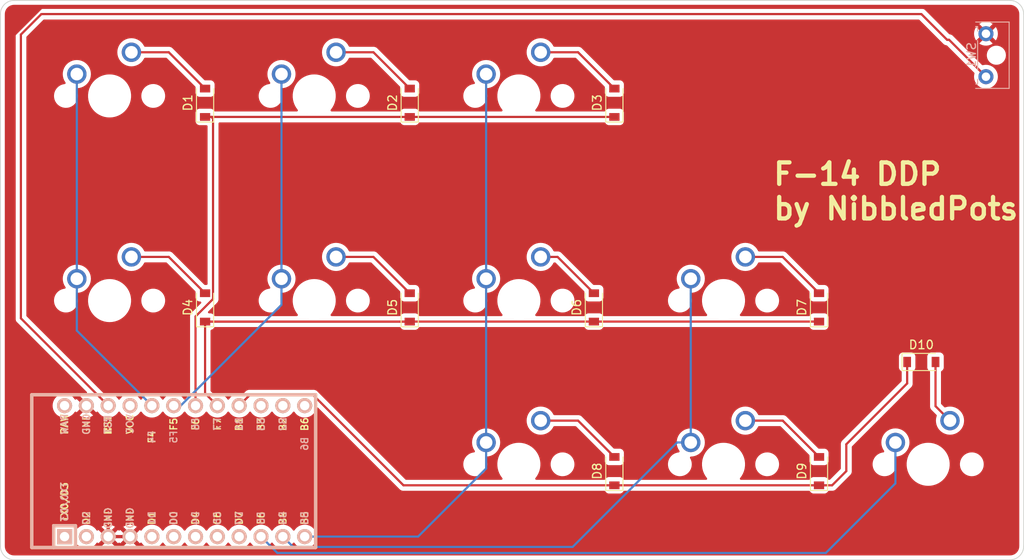
<source format=kicad_pcb>
(kicad_pcb (version 20211014) (generator pcbnew)
  (layers (0 "F.Cu" signal) (31 "B.Cu" signal) (34 "B.Paste" user) (35 "F.Paste" user) (36 "B.SilkS" user "B.Silkscreen") (37 "F.SilkS" user "F.Silkscreen") (38 "B.Mask" user) (39 "F.Mask" user) (44 "Edge.Cuts" user))
  (net 0 "")
  (net 1 "/ROW0")
  (net 2 "Net-(D1-Pad2)")
  (net 3 "Net-(D2-Pad2)")
  (net 4 "Net-(D3-Pad2)")
  (net 5 "/ROW1")
  (net 6 "Net-(D4-Pad2)")
  (net 7 "Net-(D5-Pad2)")
  (net 8 "Net-(D6-Pad2)")
  (net 9 "Net-(D7-Pad2)")
  (net 10 "/ROW2")
  (net 11 "Net-(D8-Pad2)")
  (net 12 "Net-(D9-Pad2)")
  (net 13 "Net-(D10-Pad2)")
  (net 14 "/COL0")
  (net 15 "/COL1")
  (net 16 "/COL2")
  (net 17 "/COL3")
  (net 18 "/COL4")
  (net 19 "GND")
  (net 20 "Net-(SW1-Pad1)")
  (net 28 "+5V")
  (footprint "Diode_SMD:D_SOD-123" (layer "F.Cu") (at 152.4 73.81875 90)
    (fp_text reference "D4" (at 0 -2 90) (layer "F.SilkS"))
    (fp_text value "D_Small")
    (fp_line (start -2.25 -1) (end 1.65 -1) (layer "F.SilkS") (width 0.12))
    (fp_line (start -2.25 -1) (end -2.25 1) (layer "F.SilkS") (width 0.12))
    (fp_line (start -2.25 1) (end 1.65 1) (layer "F.SilkS") (width 0.12))
    (pad "1" smd rect (at -1.65 0 90) (size 0.9 1.2) (layers "F.Cu" "F.Paste" "F.Mask") (net 5 "/ROW1"))
    (pad "2" smd rect (at 1.65 0 90) (size 0.9 1.2) (layers "F.Cu" "F.Paste" "F.Mask") (net 6 "Net-(D4-Pad2)"))
  )
  (footprint "Diode_SMD:D_SOD-123" (layer "F.Cu") (at 223.8375 73.81875 90)
    (fp_text reference "D7" (at 0 -2 90) (layer "F.SilkS"))
    (fp_text value "D_Small")
    (fp_line (start -2.25 -1) (end -2.25 1) (layer "F.SilkS") (width 0.12))
    (fp_line (start -2.25 1) (end 1.65 1) (layer "F.SilkS") (width 0.12))
    (fp_line (start -2.25 -1) (end 1.65 -1) (layer "F.SilkS") (width 0.12))
    (pad "1" smd rect (at -1.65 0 90) (size 0.9 1.2) (layers "F.Cu" "F.Paste" "F.Mask") (net 5 "/ROW1"))
    (pad "2" smd rect (at 1.65 0 90) (size 0.9 1.2) (layers "F.Cu" "F.Paste" "F.Mask") (net 9 "Net-(D7-Pad2)"))
  )
  (footprint "MX_Only:MXOnly-1U-NoLED" (layer "F.Cu") (at 188.9125 49.2125)
    (fp_text reference "MX3")
    (fp_text value "MX-NoLED")
    (pad "" np_thru_hole circle locked (at 0 0) (size 3.9878 3.9878) (drill 3.9878) (layers *.Cu *.Mask))
    (pad "" np_thru_hole circle locked (at -5.08 0 48.0996) (size 1.75 1.75) (drill 1.75) (layers *.Cu *.Mask))
    (pad "" np_thru_hole circle locked (at 5.08 0 48.0996) (size 1.75 1.75) (drill 1.75) (layers *.Cu *.Mask))
    (pad "1" thru_hole circle locked (at -3.81 -2.54) (size 2.25 2.25) (drill 1.47) (layers *.Cu "B.Mask") (net 16 "/COL2"))
    (pad "2" thru_hole circle locked (at 2.54 -5.08) (size 2.25 2.25) (drill 1.47) (layers *.Cu "B.Mask") (net 4 "Net-(D3-Pad2)"))
  )
  (footprint "MX_Only:MXOnly-1U-NoLED" (layer "F.Cu") (at 212.725 73.025)
    (fp_text reference "MX7")
    (fp_text value "MX-NoLED")
    (pad "" np_thru_hole circle locked (at 5.08 0 48.0996) (size 1.75 1.75) (drill 1.75) (layers *.Cu *.Mask))
    (pad "" np_thru_hole circle locked (at 0 0) (size 3.9878 3.9878) (drill 3.9878) (layers *.Cu *.Mask))
    (pad "" np_thru_hole circle locked (at -5.08 0 48.0996) (size 1.75 1.75) (drill 1.75) (layers *.Cu *.Mask))
    (pad "1" thru_hole circle locked (at -3.81 -2.54) (size 2.25 2.25) (drill 1.47) (layers *.Cu "B.Mask") (net 17 "/COL3"))
    (pad "2" thru_hole circle locked (at 2.54 -5.08) (size 2.25 2.25) (drill 1.47) (layers *.Cu "B.Mask") (net 9 "Net-(D7-Pad2)"))
  )
  (footprint "MX_Only:MXOnly-1U-NoLED" (layer "F.Cu") (at 165.1 73.025)
    (fp_text reference "MX5")
    (fp_text value "MX-NoLED")
    (pad "" np_thru_hole circle locked (at 5.08 0 48.0996) (size 1.75 1.75) (drill 1.75) (layers *.Cu *.Mask))
    (pad "" np_thru_hole circle locked (at -5.08 0 48.0996) (size 1.75 1.75) (drill 1.75) (layers *.Cu *.Mask))
    (pad "" np_thru_hole circle locked (at 0 0) (size 3.9878 3.9878) (drill 3.9878) (layers *.Cu *.Mask))
    (pad "1" thru_hole circle locked (at -3.81 -2.54) (size 2.25 2.25) (drill 1.47) (layers *.Cu "B.Mask") (net 15 "/COL1"))
    (pad "2" thru_hole circle locked (at 2.54 -5.08) (size 2.25 2.25) (drill 1.47) (layers *.Cu "B.Mask") (net 7 "Net-(D5-Pad2)"))
  )
  (footprint "MX_Only:MXOnly-1U-NoLED" (layer "F.Cu") (at 165.1 49.2125)
    (fp_text reference "MX2")
    (fp_text value "MX-NoLED")
    (pad "" np_thru_hole circle locked (at 5.08 0 48.0996) (size 1.75 1.75) (drill 1.75) (layers *.Cu *.Mask))
    (pad "" np_thru_hole circle locked (at 0 0) (size 3.9878 3.9878) (drill 3.9878) (layers *.Cu *.Mask))
    (pad "" np_thru_hole circle locked (at -5.08 0 48.0996) (size 1.75 1.75) (drill 1.75) (layers *.Cu *.Mask))
    (pad "1" thru_hole circle locked (at -3.81 -2.54) (size 2.25 2.25) (drill 1.47) (layers *.Cu "B.Mask") (net 15 "/COL1"))
    (pad "2" thru_hole circle locked (at 2.54 -5.08) (size 2.25 2.25) (drill 1.47) (layers *.Cu "B.Mask") (net 3 "Net-(D2-Pad2)"))
  )
  (footprint "MX_Only:MXOnly-1U-NoLED" (layer "F.Cu") (at 141.2875 73.025)
    (fp_text reference "MX4")
    (fp_text value "MX-NoLED")
    (pad "" np_thru_hole circle locked (at 0 0) (size 3.9878 3.9878) (drill 3.9878) (layers *.Cu *.Mask))
    (pad "" np_thru_hole circle locked (at -5.08 0 48.0996) (size 1.75 1.75) (drill 1.75) (layers *.Cu *.Mask))
    (pad "" np_thru_hole circle locked (at 5.08 0 48.0996) (size 1.75 1.75) (drill 1.75) (layers *.Cu *.Mask))
    (pad "1" thru_hole circle locked (at -3.81 -2.54) (size 2.25 2.25) (drill 1.47) (layers *.Cu "B.Mask") (net 14 "/COL0"))
    (pad "2" thru_hole circle locked (at 2.54 -5.08) (size 2.25 2.25) (drill 1.47) (layers *.Cu "B.Mask") (net 6 "Net-(D4-Pad2)"))
  )
  (footprint "MX_Only:MXOnly-1U-NoLED" (layer "F.Cu") (at 188.9125 73.025)
    (fp_text reference "MX6")
    (fp_text value "MX-NoLED")
    (pad "" np_thru_hole circle locked (at -5.08 0 48.0996) (size 1.75 1.75) (drill 1.75) (layers *.Cu *.Mask))
    (pad "" np_thru_hole circle locked (at 5.08 0 48.0996) (size 1.75 1.75) (drill 1.75) (layers *.Cu *.Mask))
    (pad "" np_thru_hole circle locked (at 0 0) (size 3.9878 3.9878) (drill 3.9878) (layers *.Cu *.Mask))
    (pad "1" thru_hole circle locked (at -3.81 -2.54) (size 2.25 2.25) (drill 1.47) (layers *.Cu "B.Mask") (net 16 "/COL2"))
    (pad "2" thru_hole circle locked (at 2.54 -5.08) (size 2.25 2.25) (drill 1.47) (layers *.Cu "B.Mask") (net 8 "Net-(D6-Pad2)"))
  )
  (footprint "Diode_SMD:D_SOD-123" (layer "F.Cu") (at 200.025 92.86875 90)
    (fp_text reference "D8" (at 0 -2 90) (layer "F.SilkS"))
    (fp_text value "D_Small")
    (fp_line (start -2.25 -1) (end 1.65 -1) (layer "F.SilkS") (width 0.12))
    (fp_line (start -2.25 1) (end 1.65 1) (layer "F.SilkS") (width 0.12))
    (fp_line (start -2.25 -1) (end -2.25 1) (layer "F.SilkS") (width 0.12))
    (pad "1" smd rect (at -1.65 0 90) (size 0.9 1.2) (layers "F.Cu" "F.Paste" "F.Mask") (net 10 "/ROW2"))
    (pad "2" smd rect (at 1.65 0 90) (size 0.9 1.2) (layers "F.Cu" "F.Paste" "F.Mask") (net 11 "Net-(D8-Pad2)"))
  )
  (footprint "Diode_SMD:D_SOD-123" (layer "F.Cu") (at 223.8375 92.86875 90)
    (fp_text reference "D9" (at 0 -2 90) (layer "F.SilkS"))
    (fp_text value "D_Small")
    (fp_line (start -2.25 -1) (end 1.65 -1) (layer "F.SilkS") (width 0.12))
    (fp_line (start -2.25 1) (end 1.65 1) (layer "F.SilkS") (width 0.12))
    (fp_line (start -2.25 -1) (end -2.25 1) (layer "F.SilkS") (width 0.12))
    (pad "1" smd rect (at -1.65 0 90) (size 0.9 1.2) (layers "F.Cu" "F.Paste" "F.Mask") (net 10 "/ROW2"))
    (pad "2" smd rect (at 1.65 0 90) (size 0.9 1.2) (layers "F.Cu" "F.Paste" "F.Mask") (net 12 "Net-(D9-Pad2)"))
  )
  (footprint "Diode_SMD:D_SOD-123" (layer "F.Cu") (at 176.2125 73.81875 90)
    (fp_text reference "D5" (at 0 -2 90) (layer "F.SilkS"))
    (fp_text value "D_Small")
    (fp_line (start -2.25 -1) (end 1.65 -1) (layer "F.SilkS") (width 0.12))
    (fp_line (start -2.25 1) (end 1.65 1) (layer "F.SilkS") (width 0.12))
    (fp_line (start -2.25 -1) (end -2.25 1) (layer "F.SilkS") (width 0.12))
    (pad "1" smd rect (at -1.65 0 90) (size 0.9 1.2) (layers "F.Cu" "F.Paste" "F.Mask") (net 5 "/ROW1"))
    (pad "2" smd rect (at 1.65 0 90) (size 0.9 1.2) (layers "F.Cu" "F.Paste" "F.Mask") (net 7 "Net-(D5-Pad2)"))
  )
  (footprint "Diode_SMD:D_SOD-123" (layer "F.Cu") (at 197.64375 73.81875 90)
    (fp_text reference "D6" (at 0 -2 90) (layer "F.SilkS"))
    (fp_text value "D_Small")
    (fp_line (start -2.25 -1) (end 1.65 -1) (layer "F.SilkS") (width 0.12))
    (fp_line (start -2.25 1) (end 1.65 1) (layer "F.SilkS") (width 0.12))
    (fp_line (start -2.25 -1) (end -2.25 1) (layer "F.SilkS") (width 0.12))
    (pad "1" smd rect (at -1.65 0 90) (size 0.9 1.2) (layers "F.Cu" "F.Paste" "F.Mask") (net 5 "/ROW1"))
    (pad "2" smd rect (at 1.65 0 90) (size 0.9 1.2) (layers "F.Cu" "F.Paste" "F.Mask") (net 8 "Net-(D6-Pad2)"))
  )
  (footprint "MX_Only:MXOnly-1U-NoLED" (layer "F.Cu") (at 212.725 92.075)
    (fp_text reference "MX9")
    (fp_text value "MX-NoLED")
    (pad "" np_thru_hole circle locked (at 0 0) (size 3.9878 3.9878) (drill 3.9878) (layers *.Cu *.Mask))
    (pad "" np_thru_hole circle locked (at 5.08 0 48.0996) (size 1.75 1.75) (drill 1.75) (layers *.Cu *.Mask))
    (pad "" np_thru_hole circle locked (at -5.08 0 48.0996) (size 1.75 1.75) (drill 1.75) (layers *.Cu *.Mask))
    (pad "1" thru_hole circle locked (at -3.81 -2.54) (size 2.25 2.25) (drill 1.47) (layers *.Cu "B.Mask") (net 17 "/COL3"))
    (pad "2" thru_hole circle locked (at 2.54 -5.08) (size 2.25 2.25) (drill 1.47) (layers *.Cu "B.Mask") (net 12 "Net-(D9-Pad2)"))
  )
  (footprint "MX_Only:MXOnly-1U-NoLED" (layer "F.Cu") (at 188.9125 92.075)
    (fp_text reference "MX8")
    (fp_text value "MX-NoLED")
    (pad "" np_thru_hole circle locked (at 5.08 0 48.0996) (size 1.75 1.75) (drill 1.75) (layers *.Cu *.Mask))
    (pad "" np_thru_hole circle locked (at 0 0) (size 3.9878 3.9878) (drill 3.9878) (layers *.Cu *.Mask))
    (pad "" np_thru_hole circle locked (at -5.08 0 48.0996) (size 1.75 1.75) (drill 1.75) (layers *.Cu *.Mask))
    (pad "1" thru_hole circle locked (at -3.81 -2.54) (size 2.25 2.25) (drill 1.47) (layers *.Cu "B.Mask") (net 16 "/COL2"))
    (pad "2" thru_hole circle locked (at 2.54 -5.08) (size 2.25 2.25) (drill 1.47) (layers *.Cu "B.Mask") (net 11 "Net-(D8-Pad2)"))
  )
  (footprint "Diode_SMD:D_SOD-123" (layer "F.Cu") (at 152.4 50.00625 90)
    (fp_text reference "D1" (at 0 -2 90) (layer "F.SilkS"))
    (fp_text value "D_Small")
    (fp_line (start -2.25 1) (end 1.65 1) (layer "F.SilkS") (width 0.12))
    (fp_line (start -2.25 -1) (end 1.65 -1) (layer "F.SilkS") (width 0.12))
    (fp_line (start -2.25 -1) (end -2.25 1) (layer "F.SilkS") (width 0.12))
    (pad "1" smd rect (at -1.65 0 90) (size 0.9 1.2) (layers "F.Cu" "F.Paste" "F.Mask") (net 1 "/ROW0"))
    (pad "2" smd rect (at 1.65 0 90) (size 0.9 1.2) (layers "F.Cu" "F.Paste" "F.Mask") (net 2 "Net-(D1-Pad2)"))
  )
  (footprint "Keebio-Parts:ArduinoProMicro" (layer "F.Cu") (at 150.01875 92.86875)
    (fp_text reference "U1" hide)
    (fp_text value "ProMicro" hide)
    (fp_text user "GND" (at -8.89 5.461 90) (layer "B.SilkS") (effects (font (size 0.8 0.8)) (justify mirror)))
    (fp_text user "D0" (at -1.27 5.461 90) (layer "B.SilkS") (effects (font (size 0.8 0.8)) (justify mirror)))
    (fp_text user "F5" (at -1.27 -3.96875 90) (layer "B.SilkS") (effects (font (size 0.8 0.8)) (justify mirror)))
    (fp_text user "B1" (at 6.35 -5.461 90) (layer "B.SilkS") (effects (font (size 0.8 0.8)) (justify mirror)))
    (fp_text user "VCC" (at -6.35 -5.461 90) (layer "B.SilkS") (effects (font (size 0.8 0.8)) (justify mirror)))
    (fp_text user "F7" (at 3.81 -5.461 90) (layer "B.SilkS") (effects (font (size 0.8 0.8)) (justify mirror)))
    (fp_text user "C6" (at 3.81 5.461 90) (layer "B.SilkS") (effects (font (size 0.8 0.8)) (justify mirror)))
    (fp_text user "ST" (at -8.91 -5.04 90) (layer "B.SilkS") (effects (font (size 0.8 0.8)) (justify mirror)))
    (fp_text user "F4" (at -3.81 -3.96875 90) (layer "B.SilkS") (effects (font (size 0.8 0.8)) (justify mirror)))
    (fp_text user "RAW" (at -13.97 -5.461 90) (layer "B.SilkS") (effects (font (size 0.8 0.8)) (justify mirror)))
    (fp_text user "F6" (at 1.27 -5.461 90) (layer "B.SilkS") (effects (font (size 0.8 0.8)) (justify mirror)))
    (fp_text user "B6" (at 13.97 -3.175 90) (layer "B.SilkS") (effects (font (size 0.8 0.8)) (justify mirror)))
    (fp_text user "B2" (at 11.43 -5.461 90) (layer "B.SilkS") (effects (font (size 0.8 0.8)) (justify mirror)))
    (fp_text user "D1" (at -3.81 5.461 90) (layer "B.SilkS") (effects (font (size 0.8 0.8)) (justify mirror)))
    (fp_text user "D7" (at 6.35 5.461 90) (layer "B.SilkS") (effects (font (size 0.8 0.8)) (justify mirror)))
    (fp_text user "D2" (at -11.43 5.461 90) (layer "B.SilkS") (effects (font (size 0.8 0.8)) (justify mirror)))
    (fp_text user "B4" (at 11.43 5.461 90) (layer "B.SilkS") (effects (font (size 0.8 0.8)) (justify mirror)))
    (fp_text user "E6" (at 8.89 5.461 90) (layer "B.SilkS") (effects (font (size 0.8 0.8)) (justify mirror)))
    (fp_text user "B3" (at 8.89 -5.461 90) (layer "B.SilkS") (effects (font (size 0.8 0.8)) (justify mirror)))
    (fp_text user "GND" (at -6.35 5.461 90) (layer "B.SilkS") (effects (font (size 0.8 0.8)) (justify mirror)))
    (fp_text user "B5" (at 13.97 5.461 90) (layer "B.SilkS") (effects (font (size 0.8 0.8)) (justify mirror)))
    (fp_text user "TX0/D3" (at -13.97 3.571872 90) (layer "B.SilkS") (effects (font (size 0.8 0.8)) (justify mirror)))
    (fp_text user "D4" (at 1.27 5.461 90) (layer "B.SilkS") (effects (font (size 0.8 0.8)) (justify mirror)))
    (fp_text user "GND" (at -11.43 -5.461 90) (layer "B.SilkS") (effects (font (size 0.8 0.8)) (justify mirror)))
    (fp_text user "B4" (at 11.43 5.461 90) (layer "F.SilkS") (effects (font (size 0.8 0.8))))
    (fp_text user "GND" (at -6.35 5.461 90) (layer "F.SilkS") (effects (font (size 0.8 0.8))))
    (fp_text user "TX0/D3" (at -13.97 3.571872 90) (layer "F.SilkS") (effects (font (size 0.8 0.8))))
    (fp_text user "ST" (at -8.92 -5.73312 90) (layer "F.SilkS") (effects (font (size 0.8 0.8))))
    (fp_text user "D4" (at 1.27 5.461 90) (layer "F.SilkS") (effects (font (size 0.8 0.8))))
    (fp_text user "E6" (at 8.89 5.461 90) (layer "F.SilkS") (effects (font (size 0.8 0.8))))
    (fp_text user "RAW" (at -13.97 -5.461 90) (layer "F.SilkS") (effects (font (size 0.8 0.8))))
    (fp_text user "B2" (at 11.43 -5.461 90) (layer "F.SilkS") (effects (font (size 0.8 0.8))))
    (fp_text user "B6" (at 13.97 -5.461 90) (layer "F.SilkS") (effects (font (size 0.8 0.8))))
    (fp_text user "F6" (at 1.27 -5.461 90) (layer "F.SilkS") (effects (font (size 0.8 0.8))))
    (fp_text user "F7" (at 3.81 -5.461 90) (layer "F.SilkS") (effects (font (size 0.8 0.8))))
    (fp_text user "D2" (at -11.43 5.461 90) (layer "F.SilkS") (effects (font (size 0.8 0.8))))
    (fp_text user "C6" (at 3.81 5.461 90) (layer "F.SilkS") (effects (font (size 0.8 0.8))))
    (fp_text user "D7" (at 6.35 5.461 90) (layer "F.SilkS") (effects (font (size 0.8 0.8))))
    (fp_text user "B5" (at 13.97 5.461 90) (layer "F.SilkS") (effects (font (size 0.8 0.8))))
    (fp_text user "B3" (at 8.89 -5.461 90) (layer "F.SilkS") (effects (font (size 0.8 0.8))))
    (fp_text user "GND" (at -11.43 -5.461 90) (layer "F.SilkS") (effects (font (size 0.8 0.8))))
    (fp_text user "VCC" (at -6.35 -5.461 90) (layer "F.SilkS") (effects (font (size 0.8 0.8))))
    (fp_text user "F4" (at -3.81 -3.96875 90) (layer "F.SilkS") (effects (font (size 0.8 0.8))))
    (fp_text user "GND" (at -8.89 5.461 90) (layer "F.SilkS") (effects (font (size 0.8 0.8))))
    (fp_text user "F5" (at -1.27 -5.461 90) (layer "F.SilkS") (effects (font (size 0.8 0.8))))
    (fp_text user "D0" (at -1.27 5.461 90) (layer "F.SilkS") (effects (font (size 0.8 0.8))))
    (fp_text user "D1" (at -3.81 5.461 90) (layer "F.SilkS") (effects (font (size 0.8 0.8))))
    (fp_text user "B1" (at 6.35 -5.461 90) (layer "F.SilkS") (effects (font (size 0.8 0.8))))
    (fp_line (start -12.7 6.35) (end -12.7 8.89) (layer "B.SilkS") (width 0.381))
    (fp_line (start 15.24 8.89) (end 15.24 -8.89) (layer "B.SilkS") (width 0.381))
    (fp_line (start -15.24 6.35) (end -12.7 6.35) (layer "B.SilkS") (width 0.381))
    (fp_line (start 15.24 -8.89) (end -17.78 -8.89) (layer "B.SilkS") (width 0.381))
    (fp_line (start -17.78 8.89) (end 15.24 8.89) (layer "B.SilkS") (width 0.381))
    (fp_line (start -15.24 6.35) (end -15.24 8.89) (layer "B.SilkS") (width 0.381))
    (fp_line (start -17.78 -8.89) (end -17.78 8.89) (layer "B.SilkS") (width 0.381))
    (fp_poly (pts (xy -8.75097 -5.844635) (xy -8.55097 -5.844635) (xy -8.55097 -5.944635) (xy -8.75097 -5.944635)) (layer "B.SilkS") (width 0.15) (fill solid))
    (fp_poly (pts (xy -9.35097 -6.244635) (xy -8.55097 -6.244635) (xy -8.55097 -6.344635) (xy -9.35097 -6.344635)) (layer "B.SilkS") (width 0.15) (fill solid))
    (fp_poly (pts (xy -9.35097 -5.844635) (xy -9.25097 -5.844635) (xy -9.25097 -6.344635) (xy -9.35097 -6.344635)) (layer "B.SilkS") (width 0.15) (fill solid))
    (fp_poly (pts (xy -9.35097 -5.844635) (xy -9.05097 -5.844635) (xy -9.05097 -5.944635) (xy -9.35097 -5.944635)) (layer "B.SilkS") (width 0.15) (fill solid))
    (fp_poly (pts (xy -8.95097 -6.044635) (xy -8.85097 -6.044635) (xy -8.85097 -6.144635) (xy -8.95097 -6.144635)) (layer "B.SilkS") (width 0.15) (fill solid))
    (fp_line (start -15.24 6.35) (end -12.7 6.35) (layer "F.SilkS") (width 0.381))
    (fp_line (start -12.7 6.35) (end -12.7 8.89) (layer "F.SilkS") (width 0.381))
    (fp_line (start 15.24 8.89) (end 15.24 -8.89) (layer "F.SilkS") (width 0.381))
    (fp_line (start -17.78 -8.89) (end -17.78 8.89) (layer "F.SilkS") (width 0.381))
    (fp_line (start -15.24 8.89) (end 15.24 8.89) (layer "F.SilkS") (width 0.381))
    (fp_line (start 15.24 -8.89) (end -15.24 -8.89) (layer "F.SilkS") (width 0.381))
    (fp_line (start -15.24 -8.89) (end -17.78 -8.89) (layer "F.SilkS") (width 0.381))
    (fp_line (start -15.24 6.35) (end -15.24 8.89) (layer "F.SilkS") (width 0.381))
    (fp_line (start -17.78 8.89) (end -15.24 8.89) (layer "F.SilkS") (width 0.381))
    (fp_poly (pts (xy -8.76064 -4.931568) (xy -8.56064 -4.931568) (xy -8.56064 -4.831568) (xy -8.76064 -4.831568)) (layer "F.SilkS") (width 0.15) (fill solid))
    (fp_poly (pts (xy -8.96064 -4.731568) (xy -8.86064 -4.731568) (xy -8.86064 -4.631568) (xy -8.96064 -4.631568)) (layer "F.SilkS") (width 0.15) (fill solid))
    (fp_poly (pts (xy -9.36064 -4.531568) (xy -8.56064 -4.531568) (xy -8.56064 -4.431568) (xy -9.36064 -4.431568)) (layer "F.SilkS") (width 0.15) (fill solid))
    (fp_poly (pts (xy -9.36064 -4.931568) (xy -9.06064 -4.931568) (xy -9.06064 -4.831568) (xy -9.36064 -4.831568)) (layer "F.SilkS") (width 0.15) (fill solid))
    (fp_poly (pts (xy -9.36064 -4.931568) (xy -9.26064 -4.931568) (xy -9.26064 -4.431568) (xy -9.36064 -4.431568)) (layer "F.SilkS") (width 0.15) (fill solid))
    (pad "1" thru_hole rect locked (at -13.97 7.62) (size 1.7526 1.7526) (drill 1.0922) (layers *.Cu *.SilkS *.Mask))
    (pad "2" thru_hole circle locked (at -11.43 7.62) (size 1.7526 1.7526) (drill 1.0922) (layers *.Cu *.SilkS *.Mask))
    (pad "3" thru_hole circle locked (at -8.89 7.62) (size 1.7526 1.7526) (drill 1.0922) (layers *.Cu *.SilkS *.Mask) (net 19 "GND"))
    (pad "4" thru_hole circle locked (at -6.35 7.62) (size 1.7526 1.7526) (drill 1.0922) (layers *.Cu *.SilkS *.Mask) (net 19 "GND"))
    (pad "5" thru_hole circle locked (at -3.81 7.62) (size 1.7526 1.7526) (drill 1.0922) (layers *.Cu *.SilkS *.Mask))
    (pad "6" thru_hole circle locked (at -1.27 7.62) (size 1.7526 1.7526) (drill 1.0922) (layers *.Cu *.SilkS *.Mask))
    (pad "7" thru_hole circle locked (at 1.27 7.62) (size 1.7526 1.7526) (drill 1.0922) (layers *.Cu *.SilkS *.Mask))
    (pad "8" thru_hole circle locked (at 3.81 7.62) (size 1.7526 1.7526) (drill 1.0922) (layers *.Cu *.SilkS *.Mask))
    (pad "9" thru_hole circle locked (at 6.35 7.62) (size 1.7526 1.7526) (drill 1.0922) (layers *.Cu *.SilkS *.Mask))
    (pad "10" thru_hole circle locked (at 8.89 7.62) (size 1.7526 1.7526) (drill 1.0922) (layers *.Cu *.SilkS *.Mask) (net 18 "/COL4"))
    (pad "11" thru_hole circle locked (at 11.43 7.62) (size 1.7526 1.7526) (drill 1.0922) (layers *.Cu *.SilkS *.Mask) (net 17 "/COL3"))
    (pad "12" thru_hole circle locked (at 13.97 7.62) (size 1.7526 1.7526) (drill 1.0922) (layers *.Cu *.SilkS *.Mask) (net 16 "/COL2"))
    (pad "13" thru_hole circle locked (at 13.97 -7.62) (size 1.7526 1.7526) (drill 1.0922) (layers *.Cu *.SilkS *.Mask))
    (pad "14" thru_hole circle locked (at 11.43 -7.62) (size 1.7526 1.7526) (drill 1.0922) (layers *.Cu *.SilkS *.Mask))
    (pad "15" thru_hole circle locked (at 8.89 -7.62) (size 1.7526 1.7526) (drill 1.0922) (layers *.Cu *.SilkS *.Mask))
    (pad "16" thru_hole circle locked (at 6.35 -7.62) (size 1.7526 1.7526) (drill 1.0922) (layers *.Cu *.SilkS *.Mask) (net 10 "/ROW2"))
    (pad "17" thru_hole circle locked (at 3.81 -7.62) (size 1.7526 1.7526) (drill 1.0922) (layers *.Cu *.SilkS *.Mask) (net 5 "/ROW1"))
    (pad "18" thru_hole circle locked (at 1.27 -7.62) (size 1.7526 1.7526) (drill 1.0922) (layers *.Cu *.SilkS *.Mask) (net 1 "/ROW0"))
    (pad "19" thru_hole circle locked (at -1.27 -7.62) (size 1.7526 1.7526) (drill 1.0922) (layers *.Cu *.SilkS *.Mask) (net 15 "/COL1"))
    (pad "20" thru_hole circle locked (at -3.81 -7.62) (size 1.7526 1.7526) (drill 1.0922) (layers *.Cu *.SilkS *.Mask) (net 14 "/COL0"))
    (pad "21" thru_hole circle locked (at -6.35 -7.62) (size 1.7526 1.7526) (drill 1.0922) (layers *.Cu *.SilkS *.Mask) (net 28 "+5V"))
    (pad "22" thru_hole circle locked (at -8.89 -7.62) (size 1.7526 1.7526) (drill 1.0922) (layers *.Cu *.SilkS *.Mask) (net 20 "Net-(SW1-Pad1)"))
    (pad "23" thru_hole circle locked (at -11.43 -7.62) (size 1.7526 1.7526) (drill 1.0922) (layers *.Cu *.SilkS *.Mask) (net 19 "GND"))
    (pad "24" thru_hole circle locked (at -13.97 -7.62) (size 1.7526 1.7526) (drill 1.0922) (layers *.Cu *.SilkS *.Mask))
  )
  (footprint "F14:f14" (layer "F.Cu") (at 219.86875 51.59375)
    (fp_text reference "G***" hide)
    (fp_text value "LOGO" hide)
  )
  (footprint "Diode_SMD:D_SOD-123" (layer "F.Cu") (at 200.025 50.00625 90)
    (fp_text reference "D3" (at 0 -2 90) (layer "F.SilkS"))
    (fp_text value "D_Small")
    (fp_line (start -2.25 1) (end 1.65 1) (layer "F.SilkS") (width 0.12))
    (fp_line (start -2.25 -1) (end -2.25 1) (layer "F.SilkS") (width 0.12))
    (fp_line (start -2.25 -1) (end 1.65 -1) (layer "F.SilkS") (width 0.12))
    (pad "1" smd rect (at -1.65 0 90) (size 0.9 1.2) (layers "F.Cu" "F.Paste" "F.Mask") (net 1 "/ROW0"))
    (pad "2" smd rect (at 1.65 0 90) (size 0.9 1.2) (layers "F.Cu" "F.Paste" "F.Mask") (net 4 "Net-(D3-Pad2)"))
  )
  (footprint "MX_Only:MXOnly-1U-NoLED" (layer "F.Cu") (at 236.5375 92.075)
    (fp_text reference "MX10")
    (fp_text value "MX-NoLED")
    (pad "" np_thru_hole circle locked (at 0 0) (size 3.9878 3.9878) (drill 3.9878) (layers *.Cu *.Mask))
    (pad "" np_thru_hole circle locked (at 5.08 0 48.0996) (size 1.75 1.75) (drill 1.75) (layers *.Cu *.Mask))
    (pad "" np_thru_hole circle locked (at -5.08 0 48.0996) (size 1.75 1.75) (drill 1.75) (layers *.Cu *.Mask))
    (pad "1" thru_hole circle locked (at -3.81 -2.54) (size 2.25 2.25) (drill 1.47) (layers *.Cu "B.Mask") (net 18 "/COL4"))
    (pad "2" thru_hole circle locked (at 2.54 -5.08) (size 2.25 2.25) (drill 1.47) (layers *.Cu "B.Mask") (net 13 "Net-(D10-Pad2)"))
  )
  (footprint "Diode_SMD:D_SOD-123" (layer "F.Cu") (at 176.2125 50.00625 90)
    (fp_text reference "D2" (at 0 -2 90) (layer "F.SilkS"))
    (fp_text value "D_Small")
    (fp_line (start -2.25 -1) (end -2.25 1) (layer "F.SilkS") (width 0.12))
    (fp_line (start -2.25 1) (end 1.65 1) (layer "F.SilkS") (width 0.12))
    (fp_line (start -2.25 -1) (end 1.65 -1) (layer "F.SilkS") (width 0.12))
    (pad "1" smd rect (at -1.65 0 90) (size 0.9 1.2) (layers "F.Cu" "F.Paste" "F.Mask") (net 1 "/ROW0"))
    (pad "2" smd rect (at 1.65 0 90) (size 0.9 1.2) (layers "F.Cu" "F.Paste" "F.Mask") (net 3 "Net-(D2-Pad2)"))
  )
  (footprint "MX_Only:MXOnly-1U-NoLED" (layer "F.Cu") (at 141.2875 49.2125)
    (fp_text reference "MX1")
    (fp_text value "MX-NoLED")
    (pad "" np_thru_hole circle locked (at 0 0) (size 3.9878 3.9878) (drill 3.9878) (layers *.Cu *.Mask))
    (pad "" np_thru_hole circle locked (at -5.08 0 48.0996) (size 1.75 1.75) (drill 1.75) (layers *.Cu *.Mask))
    (pad "" np_thru_hole circle locked (at 5.08 0 48.0996) (size 1.75 1.75) (drill 1.75) (layers *.Cu *.Mask))
    (pad "1" thru_hole circle locked (at -3.81 -2.54) (size 2.25 2.25) (drill 1.47) (layers *.Cu "B.Mask") (net 14 "/COL0"))
    (pad "2" thru_hole circle locked (at 2.54 -5.08) (size 2.25 2.25) (drill 1.47) (layers *.Cu "B.Mask") (net 2 "Net-(D1-Pad2)"))
  )
  (footprint "Diode_SMD:D_SOD-123" (layer "F.Cu") (at 235.74375 80.16875)
    (fp_text reference "D10" (at 0 -2) (layer "F.SilkS"))
    (fp_text value "D_Small")
    (fp_line (start -2.25 -1) (end -2.25 1) (layer "F.SilkS") (width 0.12))
    (fp_line (start -2.25 -1) (end 1.65 -1) (layer "F.SilkS") (width 0.12))
    (fp_line (start -2.25 1) (end 1.65 1) (layer "F.SilkS") (width 0.12))
    (pad "1" smd rect (at -1.65 0) (size 0.9 1.2) (layers "F.Cu" "F.Paste" "F.Mask") (net 10 "/ROW2"))
    (pad "2" smd rect (at 1.65 0) (size 0.9 1.2) (layers "F.Cu" "F.Paste" "F.Mask") (net 13 "Net-(D10-Pad2)"))
  )
  (footprint "Keebio-Parts:SW_Tactile_SPST_Angled_MJTP1117-no-mount" (layer "B.Cu") (at 243.2625 46.975 90)
    (fp_text reference "SW1" (at 2.5 -1.68 90) (layer "B.SilkS") (effects (justify mirror)))
    (fp_text value "SW_Push")
    (fp_line (start 5.84 -0.97) (end 5.84 -1.2) (layer "B.SilkS") (width 0.12))
    (fp_line (start 5.3 -0.97) (end 5.84 -0.97) (layer "B.SilkS") (width 0.12))
    (fp_line (start 0.8 -0.97) (end 4.2 -0.97) (layer "B.SilkS") (width 0.12))
    (fp_line (start 6.36 2.7) (end 6.36 -1.2) (layer "B.SilkS") (width 0.12))
    (fp_line (start -1.36 2.7) (end -1.36 -1.2) (layer "B.SilkS") (width 0.12))
    (fp_line (start -0.84 -0.97) (end -0.3 -0.97) (layer "B.SilkS") (width 0.12))
    (fp_line (start -0.84 -0.97) (end -0.84 -1.2) (layer "B.SilkS") (width 0.12))
    (fp_line (start -1.36 2.7) (end 6.36 2.7) (layer "B.SilkS") (width 0.12))
    (pad "" np_thru_hole circle locked (at 2.5 1.21 90) (size 1.2 1.2) (drill 1.2) (layers *.Cu *.Mask))
    (pad "1" thru_hole circle locked (at 0 0 90) (size 1.75 1.75) (drill 0.99) (layers *.Cu *.Mask) (net 20 "Net-(SW1-Pad1)"))
    (pad "2" thru_hole circle locked (at 5 0 90) (size 1.75 1.75) (drill 0.99) (layers *.Cu *.Mask) (net 19 "GND"))
  )
  (gr_line (start 128.5875 101.6) (end 128.5875 39.6875) (layer "Edge.Cuts") (width 0.1))
  (gr_arc (start 128.5875 39.6875) (mid 129.052468 38.564968) (end 130.175 38.1) (layer "Edge.Cuts") (width 0.1))
  (gr_line (start 247.65 39.6875) (end 247.65 101.6) (layer "Edge.Cuts") (width 0.1))
  (gr_arc (start 130.175 103.1875) (mid 129.052468 102.722532) (end 128.5875 101.6) (layer "Edge.Cuts") (width 0.1))
  (gr_arc (start 246.0625 38.1) (mid 247.185032 38.564968) (end 247.65 39.6875) (layer "Edge.Cuts") (width 0.1))
  (gr_line (start 130.175 38.1) (end 246.0625 38.1) (layer "Edge.Cuts") (width 0.1))
  (gr_line (start 246.0625 103.1875) (end 130.175 103.1875) (layer "Edge.Cuts") (width 0.1))
  (gr_arc (start 247.65 101.6) (mid 247.185032 102.722532) (end 246.0625 103.1875) (layer "Edge.Cuts") (width 0.1))
  (gr_text "F-14 DDP\nby NibbledPots" (at 218.28125 60.325) (layer "F.SilkS") (effects (font (size 2.5 2.5) (thickness 0.5)) (justify left)))
  (segment (start 151.28875 74.876978) (end 151.28875 85.24875) (width 0.254) (layer "F.Cu") (net 1))
  (segment (start 153.13125 51.65625) (end 200.025 51.65625) (width 0.254) (layer "F.Cu") (net 1))
  (segment (start 152.4 51.65625) (end 153.13125 51.65625) (width 0.254) (layer "F.Cu") (net 1))
  (segment (start 153.326511 72.839217) (end 151.28875 74.876978) (width 0.254) (layer "F.Cu") (net 1))
  (segment (start 153.326511 51.851511) (end 153.326511 72.839217) (width 0.254) (layer "F.Cu") (net 1))
  (segment (start 153.13125 51.65625) (end 153.326511 51.851511) (width 0.254) (layer "F.Cu") (net 1))
  (segment (start 143.8275 44.1325) (end 148.17625 44.1325) (width 0.254) (layer "F.Cu") (net 2))
  (segment (start 148.17625 44.1325) (end 152.4 48.35625) (width 0.254) (layer "F.Cu") (net 2))
  (segment (start 171.98875 44.1325) (end 176.2125 48.35625) (width 0.254) (layer "F.Cu") (net 3))
  (segment (start 167.64 44.1325) (end 171.98875 44.1325) (width 0.254) (layer "F.Cu") (net 3))
  (segment (start 191.4525 44.1325) (end 195.80125 44.1325) (width 0.254) (layer "F.Cu") (net 4))
  (segment (start 195.80125 44.1325) (end 200.025 48.35625) (width 0.254) (layer "F.Cu") (net 4))
  (segment (start 152.4 75.46875) (end 176.2125 75.46875) (width 0.254) (layer "F.Cu") (net 5))
  (segment (start 152.4 75.46875) (end 152.4 83.82) (width 0.254) (layer "F.Cu") (net 5))
  (segment (start 152.4 83.82) (end 153.82875 85.24875) (width 0.254) (layer "F.Cu") (net 5))
  (segment (start 223.8375 75.46875) (end 152.4 75.46875) (width 0.254) (layer "F.Cu") (net 5))
  (segment (start 148.17625 67.945) (end 152.4 72.16875) (width 0.254) (layer "F.Cu") (net 6))
  (segment (start 143.8275 67.945) (end 148.17625 67.945) (width 0.254) (layer "F.Cu") (net 6))
  (segment (start 167.64 67.945) (end 171.98875 67.945) (width 0.254) (layer "F.Cu") (net 7))
  (segment (start 171.98875 67.945) (end 176.2125 72.16875) (width 0.254) (layer "F.Cu") (net 7))
  (segment (start 191.4525 67.945) (end 193.42 67.945) (width 0.254) (layer "F.Cu") (net 8))
  (segment (start 193.42 67.945) (end 197.64375 72.16875) (width 0.254) (layer "F.Cu") (net 8))
  (segment (start 219.61375 67.945) (end 223.8375 72.16875) (width 0.254) (layer "F.Cu") (net 9))
  (segment (start 215.265 67.945) (end 219.61375 67.945) (width 0.254) (layer "F.Cu") (net 9))
  (segment (start 223.8375 94.51875) (end 200.025 94.51875) (width 0.254) (layer "F.Cu") (net 10))
  (segment (start 227.0125 92.86875) (end 225.3625 94.51875) (width 0.254) (layer "F.Cu") (net 10))
  (segment (start 165.008439 84.045939) (end 157.571561 84.045939) (width 0.254) (layer "F.Cu") (net 10))
  (segment (start 157.571561 84.045939) (end 156.36875 85.24875) (width 0.254) (layer "F.Cu") (net 10))
  (segment (start 234.09375 80.16875) (end 234.09375 82.665522) (width 0.254) (layer "F.Cu") (net 10))
  (segment (start 227.0125 89.746772) (end 227.0125 92.86875) (width 0.254) (layer "F.Cu") (net 10))
  (segment (start 175.48125 94.51875) (end 165.008439 84.045939) (width 0.254) (layer "F.Cu") (net 10))
  (segment (start 234.09375 82.665522) (end 227.0125 89.746772) (width 0.254) (layer "F.Cu") (net 10))
  (segment (start 225.3625 94.51875) (end 223.8375 94.51875) (width 0.254) (layer "F.Cu") (net 10))
  (segment (start 200.025 94.51875) (end 175.48125 94.51875) (width 0.254) (layer "F.Cu") (net 10))
  (segment (start 195.80125 86.995) (end 200.025 91.21875) (width 0.254) (layer "F.Cu") (net 11))
  (segment (start 191.4525 86.995) (end 195.80125 86.995) (width 0.254) (layer "F.Cu") (net 11))
  (segment (start 191.77 86.995) (end 192.0875 87.3125) (width 0.254) (layer "B.Cu") (net 11))
  (segment (start 219.61375 86.995) (end 223.8375 91.21875) (width 0.254) (layer "F.Cu") (net 12))
  (segment (start 215.265 86.995) (end 219.61375 86.995) (width 0.254) (layer "F.Cu") (net 12))
  (segment (start 237.39375 85.31125) (end 237.39375 80.16875) (width 0.254) (layer "F.Cu") (net 13))
  (segment (start 239.0775 86.995) (end 237.39375 85.31125) (width 0.254) (layer "F.Cu") (net 13))
  (segment (start 137.4775 76.5175) (end 146.20875 85.24875) (width 0.25) (layer "B.Cu") (net 14))
  (segment (start 137.4775 70.485) (end 137.4775 76.5175) (width 0.25) (layer "B.Cu") (net 14))
  (segment (start 137.4775 46.6725) (end 137.4775 70.485) (width 0.25) (layer "B.Cu") (net 14))
  (segment (start 161.29 46.6725) (end 161.29 70.485) (width 0.25) (layer "B.Cu") (net 15))
  (segment (start 149.563341 85.24875) (end 148.74875 85.24875) (width 0.25) (layer "B.Cu") (net 15))
  (segment (start 161.29 73.522091) (end 149.563341 85.24875) (width 0.25) (layer "B.Cu") (net 15))
  (segment (start 161.29 70.485) (end 161.29 73.522091) (width 0.25) (layer "B.Cu") (net 15))
  (segment (start 185.1025 46.6725) (end 185.1025 70.485) (width 0.25) (layer "B.Cu") (net 16))
  (segment (start 185.1025 89.535) (end 185.1025 92.572091) (width 0.25) (layer "B.Cu") (net 16))
  (segment (start 185.1025 70.485) (end 185.1025 89.535) (width 0.25) (layer "B.Cu") (net 16))
  (segment (start 185.1025 92.572091) (end 177.185841 100.48875) (width 0.25) (layer "B.Cu") (net 16))
  (segment (start 177.185841 100.48875) (end 163.98875 100.48875) (width 0.25) (layer "B.Cu") (net 16))
  (segment (start 162.649561 101.689561) (end 161.44875 100.48875) (width 0.25) (layer "B.Cu") (net 17))
  (segment (start 208.915 89.535) (end 207.32401 89.535) (width 0.25) (layer "B.Cu") (net 17))
  (segment (start 195.169449 101.689561) (end 162.649561 101.689561) (width 0.25) (layer "B.Cu") (net 17))
  (segment (start 207.32401 89.535) (end 195.169449 101.689561) (width 0.25) (layer "B.Cu") (net 17))
  (segment (start 208.915 70.485) (end 208.915 89.535) (width 0.25) (layer "B.Cu") (net 17))
  (segment (start 224.63125 102.39375) (end 160.81375 102.39375) (width 0.254) (layer "B.Cu") (net 18))
  (segment (start 232.7275 94.2975) (end 224.63125 102.39375) (width 0.254) (layer "B.Cu") (net 18))
  (segment (start 232.7275 89.535) (end 232.7275 94.2975) (width 0.254) (layer "B.Cu") (net 18))
  (segment (start 160.81375 102.39375) (end 158.90875 100.48875) (width 0.254) (layer "B.Cu") (net 18))
  (segment (start 141.12875 100.48875) (end 143.66875 100.48875) (width 0.381) (layer "F.Cu") (net 19))
  (segment (start 130.175 42.06875) (end 130.175 76.835) (width 0.381) (layer "F.Cu") (net 19))
  (segment (start 133.35 38.89375) (end 130.175 42.06875) (width 0.381) (layer "F.Cu") (net 19))
  (segment (start 243.2625 41.975) (end 240.18125 38.89375) (width 0.381) (layer "F.Cu") (net 19))
  (segment (start 240.18125 38.89375) (end 133.35 38.89375) (width 0.381) (layer "F.Cu") (net 19))
  (segment (start 141.12875 100.48875) (end 141.12875 87.78875) (width 0.381) (layer "F.Cu") (net 19))
  (segment (start 141.12875 87.78875) (end 138.58875 85.24875) (width 0.381) (layer "F.Cu") (net 19))
  (segment (start 130.175 76.835) (end 138.58875 85.24875) (width 0.381) (layer "F.Cu") (net 19))
  (segment (start 238.968489 42.680989) (end 238.737239 42.680989) (width 0.254) (layer "F.Cu") (net 20))
  (segment (start 130.96875 75.08875) (end 141.12875 85.24875) (width 0.254) (layer "F.Cu") (net 20))
  (segment (start 133.35 39.6875) (end 130.96875 42.06875) (width 0.254) (layer "F.Cu") (net 20))
  (segment (start 235.74375 39.6875) (end 133.35 39.6875) (width 0.254) (layer "F.Cu") (net 20))
  (segment (start 238.737239 42.680989) (end 235.74375 39.6875) (width 0.254) (layer "F.Cu") (net 20))
  (segment (start 243.2625 46.975) (end 238.968489 42.680989) (width 0.254) (layer "F.Cu") (net 20))
  (segment (start 130.96875 42.06875) (end 130.96875 75.08875) (width 0.254) (layer "F.Cu") (net 20))
  (zone (net 19) (net_name "GND") (layer "F.Cu") (connect_pads (clearance 0.508)) (min_thickness 0.254) (fill yes (thermal_gap 0.508) (thermal_bridge_width 0.508))
    (polygon (pts (xy 247.65 103.1875) (xy 128.5875 103.1875) (xy 128.5875 38.1) (xy 247.65 38.1)))
  )
)
</source>
